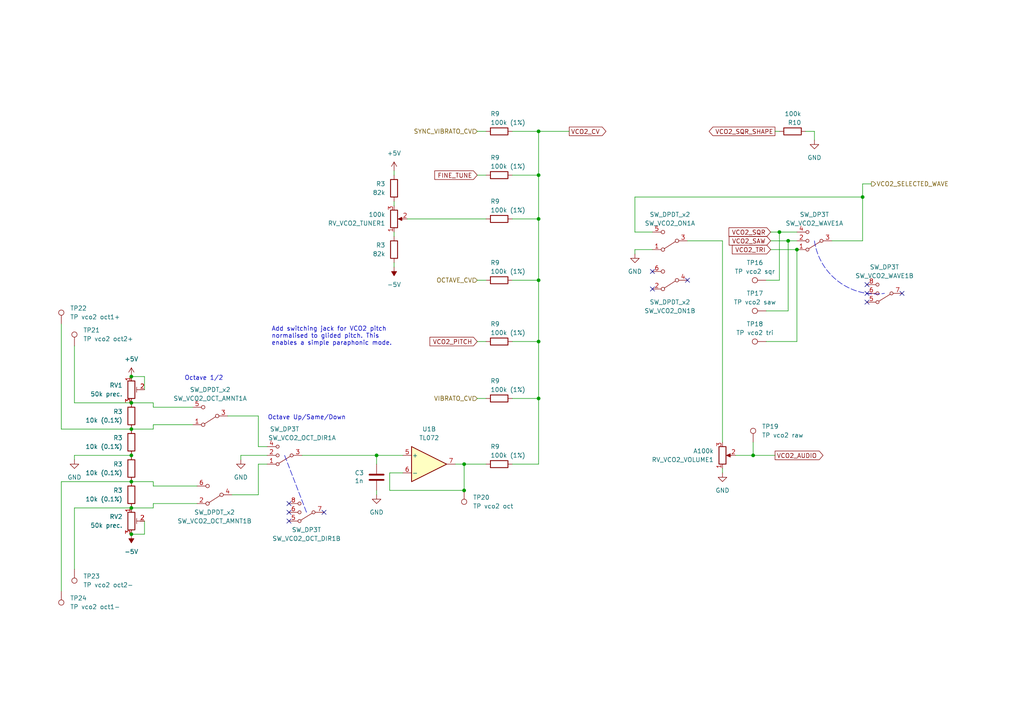
<source format=kicad_sch>
(kicad_sch (version 20231120) (generator "eeschema") (generator_version "8.0")
  (paper "A4")
  (lib_symbols
    (symbol "Amplifier_Operational:TL072" (pin_names (offset 0.127))
      (property "Reference" "U" (at 0 5.08 0))
      (property "Value" "TL072" (at 0 -5.08 0))
      (symbol "TL072_1_1"
        (polyline (pts (xy -5.08 5.08) (xy 5.08 0) (xy -5.08 -5.08) (xy -5.08 5.08)) (stroke (width 0.254)) (fill (type background)))
        (pin output line (at 7.62 0 180) (length 2.54) (name "~") (number "1"))
        (pin input line (at -7.62 -2.54 0) (length 2.54) (name "-") (number "2"))
        (pin input line (at -7.62 2.54 0) (length 2.54) (name "+") (number "3"))
      )
      (symbol "TL072_2_1"
        (polyline (pts (xy -5.08 5.08) (xy 5.08 0) (xy -5.08 -5.08) (xy -5.08 5.08)) (stroke (width 0.254)) (fill (type background)))
        (pin input line (at -7.62 2.54 0) (length 2.54) (name "+") (number "5"))
        (pin input line (at -7.62 -2.54 0) (length 2.54) (name "-") (number "6"))
        (pin output line (at 7.62 0 180) (length 2.54) (name "~") (number "7"))
      )
      (symbol "TL072_3_1"
        (pin power_in line (at -2.54 -7.62 90) (length 3.81) (name "V-") (number "4"))
        (pin power_in line (at -2.54 7.62 270) (length 3.81) (name "V+") (number "8"))
      )
    )
    (symbol "Connector:TestPoint" (pin_numbers hide) (pin_names (offset 0.762) hide)
      (property "Reference" "TP" (at 0 6.858 0))
      (property "Value" "TestPoint" (at 0 5.08 0))
      (symbol "TestPoint_0_1"
        (circle (center 0 3.302) (radius 0.762))
      )
      (symbol "TestPoint_1_1"
        (pin passive line (at 0 0 90) (length 2.54) (name "1") (number "1"))
      )
    )
    (symbol "Device:C" (pin_numbers hide) (pin_names (offset 0.254))
      (property "Reference" "C" (at 0.635 2.54 0))
      (property "Value" "C" (at 0.635 -2.54 0))
      (symbol "C_0_1"
        (polyline (pts (xy -2.032 -0.762) (xy 2.032 -0.762)) (stroke (width 0.508)))
        (polyline (pts (xy -2.032 0.762) (xy 2.032 0.762)) (stroke (width 0.508)))
      )
      (symbol "C_1_1"
        (pin passive line (at 0 3.81 270) (length 2.794) (name "~") (number "1"))
        (pin passive line (at 0 -3.81 90) (length 2.794) (name "~") (number "2"))
      )
    )
    (symbol "Device:R" (pin_numbers hide) (pin_names (offset 0))
      (property "Reference" "R" (at 2.032 0 90))
      (property "Value" "R" (at 0 0 90))
      (symbol "R_0_1"
        (rectangle (start -1.016 -2.54) (end 1.016 2.54) (stroke (width 0.254)))
      )
      (symbol "R_1_1"
        (pin passive line (at 0 3.81 270) (length 1.27) (name "~") (number "1"))
        (pin passive line (at 0 -3.81 90) (length 1.27) (name "~") (number "2"))
      )
    )
    (symbol "Device:R_Potentiometer" (pin_names (offset 1.016) hide)
      (property "Reference" "RV" (at -4.445 0 90))
      (property "Value" "R_Potentiometer" (at -2.54 0 90))
      (symbol "R_Potentiometer_0_1"
        (polyline (pts (xy 2.54 0) (xy 1.524 0)))
        (polyline (pts (xy 1.143 0) (xy 2.286 0.508) (xy 2.286 -0.508) (xy 1.143 0)) (fill (type outline)))
        (rectangle (start 1.016 2.54) (end -1.016 -2.54) (stroke (width 0.254)))
      )
      (symbol "R_Potentiometer_1_1"
        (pin passive line (at 0 3.81 270) (length 1.27) (name "1") (number "1"))
        (pin passive line (at 3.81 0 180) (length 1.27) (name "2") (number "2"))
        (pin passive line (at 0 -3.81 90) (length 1.27) (name "3") (number "3"))
      )
    )
    (symbol "Device:R_Potentiometer_Trim" (pin_names (offset 1.016) hide)
      (property "Reference" "RV" (at -4.445 0 90))
      (property "Value" "R_Potentiometer_Trim" (at -2.54 0 90))
      (symbol "R_Potentiometer_Trim_0_1"
        (polyline (pts (xy 1.524 0.762) (xy 1.524 -0.762)))
        (polyline (pts (xy 2.54 0) (xy 1.524 0)))
        (rectangle (start 1.016 2.54) (end -1.016 -2.54) (stroke (width 0.254)))
      )
      (symbol "R_Potentiometer_Trim_1_1"
        (pin passive line (at 0 3.81 270) (length 1.27) (name "1") (number "1"))
        (pin passive line (at 3.81 0 180) (length 1.27) (name "2") (number "2"))
        (pin passive line (at 0 -3.81 90) (length 1.27) (name "3") (number "3"))
      )
    )
    (symbol "Shmoergh-Custom-Components:SW_DPDT_x2" (pin_names (offset 0) hide)
      (property "Reference" "SW" (at 0 4.318 0))
      (property "Value" "SW_DPDT_x2" (at 0 -5.08 0))
      (symbol "SW_DPDT_x2_0_0"
        (circle (center -2.032 0) (radius 0.508))
        (circle (center 2.032 -2.54) (radius 0.508))
      )
      (symbol "SW_DPDT_x2_0_1"
        (polyline (pts (xy -1.524 0.254) (xy 1.651 2.286)))
        (circle (center 2.032 2.54) (radius 0.508))
      )
      (symbol "SW_DPDT_x2_1_1"
        (pin passive line (at 5.08 2.54 180) (length 2.54) (name "A") (number "1"))
        (pin passive line (at -5.08 0 0) (length 2.54) (name "B") (number "3"))
        (pin passive line (at 5.08 -2.54 180) (length 2.54) (name "C") (number "5"))
      )
      (symbol "SW_DPDT_x2_2_1"
        (pin passive line (at 5.08 2.54 180) (length 2.54) (name "A") (number "2"))
        (pin passive line (at -5.08 0 0) (length 2.54) (name "B") (number "4"))
        (pin passive line (at 5.08 -2.54 180) (length 2.54) (name "C") (number "6"))
      )
    )
    (symbol "Switch:SW_DP3T" (pin_names (offset 0) hide)
      (property "Reference" "SW" (at 0 5.08 0))
      (property "Value" "SW_DP3T" (at 0 -5.08 0))
      (symbol "SW_DP3T_0_1"
        (circle (center -2.032 0) (radius 0.4572))
        (polyline (pts (xy -1.651 0.254) (xy 1.651 2.286)))
        (circle (center 2.032 -2.54) (radius 0.4572))
        (circle (center 2.032 0) (radius 0.4572))
        (circle (center 2.032 2.54) (radius 0.4572))
      )
      (symbol "SW_DP3T_1_1"
        (pin passive line (at 5.08 2.54 180) (length 2.54) (name "1") (number "1"))
        (pin passive line (at 5.08 0 180) (length 2.54) (name "2") (number "2"))
        (pin passive line (at -5.08 0 0) (length 2.54) (name "3") (number "3"))
        (pin passive line (at 5.08 -2.54 180) (length 2.54) (name "4") (number "4"))
      )
      (symbol "SW_DP3T_2_1"
        (pin passive line (at 5.08 2.54 180) (length 2.54) (name "5") (number "5"))
        (pin passive line (at 5.08 0 180) (length 2.54) (name "6") (number "6"))
        (pin passive line (at -5.08 0 0) (length 2.54) (name "7") (number "7"))
        (pin passive line (at 5.08 -2.54 180) (length 2.54) (name "8") (number "8"))
      )
    )
    (symbol "power:+5V" (power) (pin_names (offset 0))
      (property "Value" "+5V" (at 0 3.556 0))
      (symbol "+5V_0_1"
        (polyline (pts (xy -0.762 1.27) (xy 0 2.54)))
        (polyline (pts (xy 0 0) (xy 0 2.54)))
        (polyline (pts (xy 0 2.54) (xy 0.762 1.27)))
      )
      (symbol "+5V_1_1"
        (pin power_in line (at 0 0 90) (length 0) hide (name "+5V") (number "1"))
      )
    )
    (symbol "power:-5V" (power) (pin_names (offset 0))
      (property "Value" "-5V" (at 0 3.81 0))
      (symbol "-5V_0_0"
        (pin power_in line (at 0 0 90) (length 0) hide (name "-5V") (number "1"))
      )
      (symbol "-5V_0_1"
        (polyline (pts (xy 0 0) (xy 0 1.27) (xy 0.762 1.27) (xy 0 2.54) (xy -0.762 1.27) (xy 0 1.27)) (fill (type outline)))
      )
    )
    (symbol "power:GND" (power) (pin_names (offset 0))
      (property "Value" "GND" (at 0 -3.81 0))
      (symbol "GND_0_1"
        (polyline (pts (xy 0 0) (xy 0 -1.27) (xy 1.27 -1.27) (xy 0 -2.54) (xy -1.27 -1.27) (xy 0 -1.27)))
      )
      (symbol "GND_1_1"
        (pin power_in line (at 0 0 270) (length 0) hide (name "GND") (number "1"))
      )
    )
  )
  (junction (at 38.1 109.22))
  (junction (at 156.21 81.28))
  (junction (at 109.22 132.08))
  (junction (at 134.62 134.62))
  (junction (at 156.21 50.8))
  (junction (at 38.1 139.7))
  (junction (at 218.44 132.08))
  (junction (at 134.62 142.24))
  (junction (at 38.1 154.94))
  (junction (at 38.1 124.46))
  (junction (at 226.06 67.31))
  (junction (at 231.14 72.39))
  (junction (at 156.21 99.06))
  (junction (at 38.1 132.08))
  (junction (at 38.1 116.84))
  (junction (at 156.21 63.5))
  (junction (at 250.19 57.15))
  (junction (at 156.21 38.1))
  (junction (at 228.6 69.85))
  (junction (at 156.21 115.57))
  (junction (at 38.1 147.32))
  (no_connect (at 251.46 82.55))
  (no_connect (at 189.23 78.74))
  (no_connect (at 251.46 87.63))
  (no_connect (at 83.82 146.05))
  (no_connect (at 93.98 148.59))
  (no_connect (at 251.46 85.09))
  (no_connect (at 83.82 148.59))
  (no_connect (at 189.23 83.82))
  (no_connect (at 261.62 85.09))
  (no_connect (at 83.82 151.13))
  (no_connect (at 199.39 81.28))
  (wire (pts (xy 114.3 58.42) (xy 114.3 59.69)))
  (wire (pts (xy 223.52 69.85) (xy 228.6 69.85)))
  (wire (pts (xy 21.59 133.35) (xy 21.59 132.08)))
  (wire (pts (xy 74.93 120.65) (xy 74.93 129.54)))
  (wire (pts (xy 138.43 50.8) (xy 140.97 50.8)))
  (wire (pts (xy 17.78 171.45) (xy 17.78 139.7)))
  (wire (pts (xy 241.3 69.85) (xy 250.19 69.85)))
  (wire (pts (xy 184.15 67.31) (xy 189.23 67.31)))
  (wire (pts (xy 250.19 53.34) (xy 250.19 57.15)))
  (wire (pts (xy 21.59 132.08) (xy 38.1 132.08)))
  (wire (pts (xy 156.21 63.5) (xy 156.21 81.28)))
  (wire (pts (xy 21.59 147.32) (xy 38.1 147.32)))
  (wire (pts (xy 189.23 72.39) (xy 184.15 72.39)))
  (wire (pts (xy 138.43 81.28) (xy 140.97 81.28)))
  (wire (pts (xy 55.88 123.19) (xy 44.45 123.19)))
  (wire (pts (xy 236.22 38.1) (xy 233.68 38.1)))
  (wire (pts (xy 109.22 132.08) (xy 109.22 134.62)))
  (wire (pts (xy 148.59 99.06) (xy 156.21 99.06)))
  (wire (pts (xy 156.21 99.06) (xy 156.21 115.57)))
  (wire (pts (xy 113.03 137.16) (xy 113.03 142.24)))
  (wire (pts (xy 156.21 115.57) (xy 148.59 115.57)))
  (wire (pts (xy 223.52 67.31) (xy 226.06 67.31)))
  (wire (pts (xy 44.45 140.97) (xy 44.45 139.7)))
  (wire (pts (xy 226.06 81.28) (xy 226.06 67.31)))
  (wire (pts (xy 148.59 38.1) (xy 156.21 38.1)))
  (wire (pts (xy 250.19 69.85) (xy 250.19 57.15)))
  (wire (pts (xy 77.47 134.62) (xy 74.93 134.62)))
  (wire (pts (xy 114.3 68.58) (xy 114.3 67.31)))
  (wire (pts (xy 224.79 132.08) (xy 218.44 132.08)))
  (wire (pts (xy 156.21 38.1) (xy 165.1 38.1)))
  (wire (pts (xy 44.45 140.97) (xy 57.15 140.97)))
  (wire (pts (xy 44.45 118.11) (xy 44.45 116.84)))
  (wire (pts (xy 114.3 49.53) (xy 114.3 50.8)))
  (wire (pts (xy 66.04 120.65) (xy 74.93 120.65)))
  (wire (pts (xy 156.21 50.8) (xy 156.21 63.5)))
  (wire (pts (xy 21.59 165.1) (xy 21.59 147.32)))
  (wire (pts (xy 44.45 139.7) (xy 38.1 139.7)))
  (wire (pts (xy 69.85 132.08) (xy 77.47 132.08)))
  (wire (pts (xy 156.21 81.28) (xy 156.21 99.06)))
  (wire (pts (xy 148.59 50.8) (xy 156.21 50.8)))
  (wire (pts (xy 209.55 69.85) (xy 209.55 128.27)))
  (wire (pts (xy 55.88 118.11) (xy 44.45 118.11)))
  (wire (pts (xy 184.15 72.39) (xy 184.15 73.66)))
  (wire (pts (xy 226.06 38.1) (xy 224.79 38.1)))
  (wire (pts (xy 74.93 129.54) (xy 77.47 129.54)))
  (wire (pts (xy 134.62 134.62) (xy 140.97 134.62)))
  (wire (pts (xy 69.85 133.35) (xy 69.85 132.08)))
  (wire (pts (xy 116.84 137.16) (xy 113.03 137.16)))
  (wire (pts (xy 17.78 93.98) (xy 17.78 124.46)))
  (wire (pts (xy 184.15 57.15) (xy 184.15 67.31)))
  (wire (pts (xy 113.03 142.24) (xy 134.62 142.24)))
  (wire (pts (xy 148.59 134.62) (xy 156.21 134.62)))
  (wire (pts (xy 134.62 142.24) (xy 134.62 134.62)))
  (wire (pts (xy 44.45 146.05) (xy 57.15 146.05)))
  (wire (pts (xy 222.25 90.17) (xy 228.6 90.17)))
  (wire (pts (xy 118.11 63.5) (xy 140.97 63.5)))
  (wire (pts (xy 250.19 57.15) (xy 184.15 57.15)))
  (wire (pts (xy 218.44 128.27) (xy 218.44 132.08)))
  (wire (pts (xy 41.91 109.22) (xy 41.91 113.03)))
  (wire (pts (xy 134.62 134.62) (xy 132.08 134.62)))
  (wire (pts (xy 21.59 100.33) (xy 21.59 116.84)))
  (wire (pts (xy 44.45 123.19) (xy 44.45 124.46)))
  (wire (pts (xy 38.1 147.32) (xy 44.45 147.32)))
  (wire (pts (xy 148.59 63.5) (xy 156.21 63.5)))
  (wire (pts (xy 74.93 134.62) (xy 74.93 143.51)))
  (wire (pts (xy 228.6 90.17) (xy 228.6 69.85)))
  (wire (pts (xy 44.45 116.84) (xy 38.1 116.84)))
  (wire (pts (xy 21.59 116.84) (xy 38.1 116.84)))
  (wire (pts (xy 114.3 77.47) (xy 114.3 76.2)))
  (wire (pts (xy 74.93 143.51) (xy 67.31 143.51)))
  (wire (pts (xy 226.06 67.31) (xy 231.14 67.31)))
  (wire (pts (xy 223.52 72.39) (xy 231.14 72.39)))
  (wire (pts (xy 138.43 38.1) (xy 140.97 38.1)))
  (polyline (pts (xy 82.55 132.08) (xy 88.9 148.59)) (stroke (width 0) (type dash)))
  (wire (pts (xy 41.91 151.13) (xy 41.91 154.94)))
  (wire (pts (xy 109.22 143.51) (xy 109.22 142.24)))
  (wire (pts (xy 236.22 40.64) (xy 236.22 38.1)))
  (wire (pts (xy 44.45 147.32) (xy 44.45 146.05)))
  (wire (pts (xy 38.1 109.22) (xy 41.91 109.22)))
  (wire (pts (xy 199.39 69.85) (xy 209.55 69.85)))
  (wire (pts (xy 222.25 99.06) (xy 231.14 99.06)))
  (wire (pts (xy 156.21 38.1) (xy 156.21 50.8)))
  (wire (pts (xy 148.59 81.28) (xy 156.21 81.28)))
  (wire (pts (xy 138.43 99.06) (xy 140.97 99.06)))
  (wire (pts (xy 231.14 99.06) (xy 231.14 72.39)))
  (wire (pts (xy 17.78 124.46) (xy 38.1 124.46)))
  (wire (pts (xy 156.21 134.62) (xy 156.21 115.57)))
  (wire (pts (xy 138.43 115.57) (xy 140.97 115.57)))
  (wire (pts (xy 228.6 69.85) (xy 231.14 69.85)))
  (wire (pts (xy 17.78 139.7) (xy 38.1 139.7)))
  (wire (pts (xy 222.25 81.28) (xy 226.06 81.28)))
  (wire (pts (xy 209.55 137.16) (xy 209.55 135.89)))
  (wire (pts (xy 252.73 53.34) (xy 250.19 53.34)))
  (wire (pts (xy 109.22 132.08) (xy 116.84 132.08)))
  (wire (pts (xy 218.44 132.08) (xy 213.36 132.08)))
  (wire (pts (xy 87.63 132.08) (xy 109.22 132.08)))
  (wire (pts (xy 41.91 154.94) (xy 38.1 154.94)))
  (wire (pts (xy 44.45 124.46) (xy 38.1 124.46)))
  (arc (start 256.54 85.09) (mid 243.2237 81.6784) (end 236.22 69.85) (stroke (width 0) (type dash)))
  (text "Octave Up/Same/Down" (at 100.33 121.92 0) (effects (font (size 1.27 1.27)) (justify right bottom)))
  (text "Add switching jack for VCO2 pitch\nnormalised to glided pitch. This\nenables a simple paraphonic mode.\n" (at 78.74 100.33 0) (effects (font (size 1.27 1.27)) (justify left bottom)))
  (text "Octave 1/2" (at 64.77 110.49 0) (effects (font (size 1.27 1.27)) (justify right bottom)))
  (global_label "VCO2_CV" (shape output) (at 165.1 38.1 0) (property "Intersheetrefs" "${INTERSHEET_REFS}" (effects (hide yes))))
  (global_label "VCO2_SAW" (shape input) (at 223.52 69.85 180) (property "Intersheetrefs" "${INTERSHEET_REFS}" (effects (hide yes))))
  (global_label "FINE_TUNE" (shape input) (at 138.43 50.8 180) (property "Intersheetrefs" "${INTERSHEET_REFS}" (effects (hide yes))))
  (global_label "VCO2_AUDIO" (shape output) (at 224.79 132.08 0) (property "Intersheetrefs" "${INTERSHEET_REFS}" (effects (hide yes))))
  (global_label "VCO2_PITCH" (shape input) (at 138.43 99.06 180) (property "Intersheetrefs" "${INTERSHEET_REFS}" (effects (hide yes))))
  (global_label "VCO2_SQR" (shape input) (at 223.52 67.31 180) (property "Intersheetrefs" "${INTERSHEET_REFS}" (effects (hide yes))))
  (global_label "VCO2_TRI" (shape input) (at 223.52 72.39 180) (property "Intersheetrefs" "${INTERSHEET_REFS}" (effects (hide yes))))
  (global_label "VCO2_SQR_SHAPE" (shape output) (at 224.79 38.1 180) (property "Intersheetrefs" "${INTERSHEET_REFS}" (effects (hide yes))))
  (hierarchical_label "VCO2_SELECTED_WAVE" (shape output) (at 252.73 53.34 0))
  (hierarchical_label "OCTAVE_CV" (shape input) (at 138.43 81.28 180))
  (hierarchical_label "VIBRATO_CV" (shape input) (at 138.43 115.57 180))
  (hierarchical_label "SYNC_VIBRATO_CV" (shape input) (at 138.43 38.1 180))
  (symbol (lib_id "power:GND") (at 184.15 73.66 0) (unit 1)
    (property "Reference" "#PWR082" (effects (hide yes)))
    (property "Value" "GND" (at 184.15 78.74 0))
  )
  (symbol (lib_id "power:GND") (at 69.85 133.35 0) (unit 1)
    (property "Reference" "#PWR072" (effects (hide yes)))
    (property "Value" "GND" (at 69.85 138.43 0))
  )
  (symbol (lib_id "power:+5V") (at 38.1 109.22 0) (unit 1)
    (property "Reference" "#PWR033" (effects (hide yes)))
    (property "Value" "+5V" (at 38.1 104.14 0))
  )
  (symbol (lib_id "Device:R") (at 144.78 99.06 270) (mirror x) (unit 1)
    (property "Reference" "R9" (at 142.24 93.98 90) (effects (justify left)))
    (property "Value" "100k (1%)" (at 142.24 96.52 90) (effects (justify left)))
    (property "Footprint" "Shmoergh_Custom_Footprints:R_Axial_DIN0207_L6.3mm_D2.5mm_P7.62mm_Horizontal" (effects (hide yes)))
    (instances (project "ui-rev-3" (path "" (reference "R9") (unit 1)) (path "" (reference "R12") (unit 1)) (path "" (reference "R21") (unit 1))))
  )
  (symbol (lib_id "Device:R_Potentiometer_Trim") (at 38.1 151.13 0) (unit 1)
    (property "Reference" "RV2" (at 35.56 149.86 0) (effects (justify right)))
    (property "Value" "50k prec." (at 35.56 152.4 0) (effects (justify right)))
    (property "Footprint" "Potentiometer_THT:Potentiometer_Bourns_3006P_Horizontal" (effects (hide yes)))
  )
  (symbol (lib_id "Connector:TestPoint") (at 222.25 99.06 90) (unit 1)
    (property "Reference" "TP2" (at 218.948 93.98 90))
    (property "Value" "TP vco2 tri" (at 218.948 96.52 90))
    (property "Footprint" "TestPoint:TestPoint_THTPad_2.0x2.0mm_Drill1.0mm" (effects (hide yes)))
    (instances (project "ui-rev-3" (path "" (reference "TP18") (unit 1)) (path "" (reference "TP2") (unit 1))))
  )
  (symbol (lib_id "power:-5V") (at 114.3 77.47 180) (unit 1)
    (property "Reference" "#PWR038" (effects (hide yes)))
    (property "Value" "-5V" (at 114.3 82.55 0))
  )
  (symbol (lib_id "Device:R") (at 229.87 38.1 90) (mirror x) (unit 1)
    (property "Reference" "R10" (at 232.41 35.56 90) (effects (justify left)))
    (property "Value" "100k" (at 232.41 33.02 90) (effects (justify left)))
    (property "Footprint" "Shmoergh_Custom_Footprints:R_Axial_DIN0207_L6.3mm_D2.5mm_P7.62mm_Horizontal" (effects (hide yes)))
  )
  (symbol (lib_id "Device:R_Potentiometer_Trim") (at 38.1 113.03 0) (unit 1)
    (property "Reference" "RV1" (at 35.56 111.76 0) (effects (justify right)))
    (property "Value" "50k prec." (at 35.56 114.3 0) (effects (justify right)))
    (property "Footprint" "Potentiometer_THT:Potentiometer_Bourns_3006P_Horizontal" (effects (hide yes)))
  )
  (symbol (lib_id "Shmoergh-Custom-Components:SW_DPDT_x2") (at 60.96 120.65 180) (unit 1)
    (property "Reference" "SW_VCO2_OCT_AMNT1" (at 60.96 115.57 0))
    (property "Value" "SW_DPDT_x2" (at 60.96 113.03 0))
    (property "Footprint" "Shmoergh_Custom_Footprints:DPDT Korg Style Switch" (effects (hide yes)))
  )
  (symbol (lib_id "Device:R") (at 144.78 134.62 270) (mirror x) (unit 1)
    (property "Reference" "R9" (at 142.24 129.54 90) (effects (justify left)))
    (property "Value" "100k (1%)" (at 142.24 132.08 90) (effects (justify left)))
    (property "Footprint" "Shmoergh_Custom_Footprints:R_Axial_DIN0207_L6.3mm_D2.5mm_P7.62mm_Horizontal" (effects (hide yes)))
    (instances (project "ui-rev-3" (path "" (reference "R9") (unit 1)) (path "" (reference "R12") (unit 1)) (path "" (reference "R19") (unit 1))))
  )
  (symbol (lib_id "Device:R") (at 38.1 135.89 0) (mirror y) (unit 1)
    (property "Reference" "R3" (at 35.56 134.62 0) (effects (justify left)))
    (property "Value" "10k (0.1%)" (at 35.56 137.16 0) (effects (justify left)))
    (property "Footprint" "Shmoergh_Custom_Footprints:R_Axial_DIN0207_L6.3mm_D2.5mm_P7.62mm_Horizontal" (effects (hide yes)))
    (instances (project "ui-rev-3" (path "" (reference "R3") (unit 1)) (path "" (reference "R3") (unit 1)) (path "" (reference "R16") (unit 1))))
  )
  (symbol (lib_id "Connector:TestPoint") (at 134.62 142.24 180) (unit 1)
    (property "Reference" "TP2" (at 137.16 144.272 0) (effects (justify right)))
    (property "Value" "TP vco2 oct" (at 137.16 146.812 0) (effects (justify right)))
    (property "Footprint" "TestPoint:TestPoint_THTPad_2.0x2.0mm_Drill1.0mm" (effects (hide yes)))
    (instances (project "ui-rev-3" (path "" (reference "TP20") (unit 1)) (path "" (reference "TP2") (unit 1))))
  )
  (symbol (lib_id "power:+5V") (at 114.3 49.53 0) (unit 1)
    (property "Reference" "#PWR037" (effects (hide yes)))
    (property "Value" "+5V" (at 114.3 44.45 0))
  )
  (symbol (lib_id "Device:R") (at 38.1 143.51 0) (mirror y) (unit 1)
    (property "Reference" "R3" (at 35.56 142.24 0) (effects (justify left)))
    (property "Value" "10k (0.1%)" (at 35.56 144.78 0) (effects (justify left)))
    (property "Footprint" "Shmoergh_Custom_Footprints:R_Axial_DIN0207_L6.3mm_D2.5mm_P7.62mm_Horizontal" (effects (hide yes)))
    (instances (project "ui-rev-3" (path "" (reference "R3") (unit 1)) (path "" (reference "R3") (unit 1)) (path "" (reference "R17") (unit 1))))
  )
  (symbol (lib_id "Device:R_Potentiometer") (at 209.55 132.08 0) (mirror x) (unit 1)
    (property "Reference" "RV_VCO2_VOLUME1" (at 207.01 133.35 0) (effects (justify right)))
    (property "Value" "A100k" (at 207.01 130.81 0) (effects (justify right)))
    (property "Footprint" "Shmoergh_Custom_Footprints:Potentiometer_Bourns_Single-PTV09A" (effects (hide yes)))
  )
  (symbol (lib_id "Connector:TestPoint") (at 17.78 171.45 180) (unit 1)
    (property "Reference" "TP2" (at 20.32 173.482 0) (effects (justify right)))
    (property "Value" "TP vco2 oct1-" (at 20.32 176.022 0) (effects (justify right)))
    (property "Footprint" "TestPoint:TestPoint_THTPad_2.0x2.0mm_Drill1.0mm" (effects (hide yes)))
    (instances (project "ui-rev-3" (path "" (reference "TP24") (unit 1)) (path "" (reference "TP2") (unit 1))))
  )
  (symbol (lib_id "Device:C") (at 109.22 138.43 0) (unit 1)
    (property "Reference" "C3" (at 102.87 137.16 0) (effects (justify left)))
    (property "Value" "1n" (at 102.87 139.4714 0) (effects (justify left)))
    (property "Footprint" "Capacitor_THT:C_Disc_D3.0mm_W2.0mm_P2.50mm" (effects (hide yes)))
    (instances (project "hog-f1-voice" (path "" (reference "C3") (unit 1))) (project "ui-rev-3" (path "" (reference "C7") (unit 1)) (path "" (reference "C3") (unit 1))))
  )
  (symbol (lib_id "Connector:TestPoint") (at 218.44 128.27 0) (unit 1)
    (property "Reference" "TP2" (at 220.98 123.698 0) (effects (justify left)))
    (property "Value" "TP vco2 raw" (at 220.98 126.238 0) (effects (justify left)))
    (property "Footprint" "TestPoint:TestPoint_THTPad_2.0x2.0mm_Drill1.0mm" (effects (hide yes)))
    (instances (project "ui-rev-3" (path "" (reference "TP19") (unit 1)) (path "" (reference "TP2") (unit 1))))
  )
  (symbol (lib_id "Device:R") (at 144.78 38.1 270) (mirror x) (unit 1)
    (property "Reference" "R9" (at 142.24 33.02 90) (effects (justify left)))
    (property "Value" "100k (1%)" (at 142.24 35.56 90) (effects (justify left)))
    (property "Footprint" "Shmoergh_Custom_Footprints:R_Axial_DIN0207_L6.3mm_D2.5mm_P7.62mm_Horizontal" (effects (hide yes)))
    (instances (project "ui-rev-3" (path "" (reference "R9") (unit 1)) (path "" (reference "R12") (unit 1)) (path "" (reference "R31") (unit 1))))
  )
  (symbol (lib_id "Connector:TestPoint") (at 21.59 100.33 0) (unit 1)
    (property "Reference" "TP2" (at 24.13 95.758 0) (effects (justify left)))
    (property "Value" "TP vco2 oct2+" (at 24.13 98.298 0) (effects (justify left)))
    (property "Footprint" "TestPoint:TestPoint_THTPad_2.0x2.0mm_Drill1.0mm" (effects (hide yes)))
    (instances (project "ui-rev-3" (path "" (reference "TP21") (unit 1)) (path "" (reference "TP2") (unit 1))))
  )
  (symbol (lib_id "Device:R") (at 144.78 115.57 270) (mirror x) (unit 1)
    (property "Reference" "R9" (at 142.24 110.49 90) (effects (justify left)))
    (property "Value" "100k (1%)" (at 142.24 113.03 90) (effects (justify left)))
    (property "Footprint" "Shmoergh_Custom_Footprints:R_Axial_DIN0207_L6.3mm_D2.5mm_P7.62mm_Horizontal" (effects (hide yes)))
    (instances (project "ui-rev-3" (path "" (reference "R9") (unit 1)) (path "" (reference "R12") (unit 1)) (path "" (reference "R20") (unit 1))))
  )
  (symbol (lib_id "Shmoergh-Custom-Components:SW_DPDT_x2") (at 194.31 81.28 180) (unit 2)
    (property "Reference" "SW_VCO2_ON1" (at 194.31 90.17 0))
    (property "Value" "SW_DPDT_x2" (at 194.31 87.63 0))
    (property "Footprint" "Shmoergh_Custom_Footprints:DPDT Korg Style Switch" (effects (hide yes)))
  )
  (symbol (lib_id "Device:R") (at 144.78 81.28 270) (mirror x) (unit 1)
    (property "Reference" "R9" (at 142.24 76.2 90) (effects (justify left)))
    (property "Value" "100k (1%)" (at 142.24 78.74 90) (effects (justify left)))
    (property "Footprint" "Shmoergh_Custom_Footprints:R_Axial_DIN0207_L6.3mm_D2.5mm_P7.62mm_Horizontal" (effects (hide yes)))
    (instances (project "ui-rev-3" (path "" (reference "R9") (unit 1)) (path "" (reference "R12") (unit 1)) (path "" (reference "R22") (unit 1))))
  )
  (symbol (lib_id "power:GND") (at 109.22 143.51 0) (unit 1)
    (property "Reference" "#PWR036" (effects (hide yes)))
    (property "Value" "GND" (at 109.22 148.59 0))
  )
  (symbol (lib_id "Connector:TestPoint") (at 222.25 90.17 90) (unit 1)
    (property "Reference" "TP2" (at 218.948 85.09 90))
    (property "Value" "TP vco2 saw" (at 218.948 87.63 90))
    (property "Footprint" "TestPoint:TestPoint_THTPad_2.0x2.0mm_Drill1.0mm" (effects (hide yes)))
    (instances (project "ui-rev-3" (path "" (reference "TP17") (unit 1)) (path "" (reference "TP2") (unit 1))))
  )
  (symbol (lib_id "Device:R") (at 114.3 54.61 0) (mirror y) (unit 1)
    (property "Reference" "R3" (at 111.76 53.34 0) (effects (justify left)))
    (property "Value" "82k" (at 111.76 55.88 0) (effects (justify left)))
    (property "Footprint" "Shmoergh_Custom_Footprints:R_Axial_DIN0207_L6.3mm_D2.5mm_P7.62mm_Horizontal" (effects (hide yes)))
    (instances (project "ui-rev-3" (path "" (reference "R3") (unit 1)) (path "" (reference "R3") (unit 1)) (path "" (reference "R23") (unit 1))))
  )
  (symbol (lib_id "Shmoergh-Custom-Components:SW_DPDT_x2") (at 194.31 69.85 180) (unit 1)
    (property "Reference" "SW_VCO2_ON1" (at 194.31 64.77 0))
    (property "Value" "SW_DPDT_x2" (at 194.31 62.23 0))
    (property "Footprint" "Shmoergh_Custom_Footprints:DPDT Korg Style Switch" (effects (hide yes)))
  )
  (symbol (lib_id "Device:R") (at 114.3 72.39 0) (mirror y) (unit 1)
    (property "Reference" "R3" (at 111.76 71.12 0) (effects (justify left)))
    (property "Value" "82k" (at 111.76 73.66 0) (effects (justify left)))
    (property "Footprint" "Shmoergh_Custom_Footprints:R_Axial_DIN0207_L6.3mm_D2.5mm_P7.62mm_Horizontal" (effects (hide yes)))
    (instances (project "ui-rev-3" (path "" (reference "R3") (unit 1)) (path "" (reference "R3") (unit 1)) (path "" (reference "R24") (unit 1))))
  )
  (symbol (lib_id "Device:R") (at 144.78 50.8 270) (mirror x) (unit 1)
    (property "Reference" "R9" (at 142.24 45.72 90) (effects (justify left)))
    (property "Value" "100k (1%)" (at 142.24 48.26 90) (effects (justify left)))
    (property "Footprint" "Shmoergh_Custom_Footprints:R_Axial_DIN0207_L6.3mm_D2.5mm_P7.62mm_Horizontal" (effects (hide yes)))
    (instances (project "ui-rev-3" (path "" (reference "R9") (unit 1)) (path "" (reference "R32") (unit 1)) (path "" (reference "R33") (unit 1))))
  )
  (symbol (lib_id "power:GND") (at 209.55 137.16 0) (unit 1)
    (property "Reference" "#PWR031" (effects (hide yes)))
    (property "Value" "GND" (at 209.55 142.24 0))
    (instances (project "ui-rev-3" (path "" (reference "#PWR031") (unit 1)) (path "" (reference "#PWR032") (unit 1))))
  )
  (symbol (lib_id "Device:R_Potentiometer") (at 114.3 63.5 0) (mirror x) (unit 1)
    (property "Reference" "RV_VCO2_TUNER1" (at 111.76 64.77 0) (effects (justify right)))
    (property "Value" "100k" (at 111.76 62.23 0) (effects (justify right)))
    (property "Footprint" "Shmoergh_Custom_Footprints:Potentiometer_Bourns_Single-PTV09A" (effects (hide yes)))
  )
  (symbol (lib_id "Device:R") (at 38.1 120.65 0) (mirror y) (unit 1)
    (property "Reference" "R3" (at 35.56 119.38 0) (effects (justify left)))
    (property "Value" "10k (0.1%)" (at 35.56 121.92 0) (effects (justify left)))
    (property "Footprint" "Shmoergh_Custom_Footprints:R_Axial_DIN0207_L6.3mm_D2.5mm_P7.62mm_Horizontal" (effects (hide yes)))
    (instances (project "ui-rev-3" (path "" (reference "R3") (unit 1)) (path "" (reference "R3") (unit 1)) (path "" (reference "R14") (unit 1))))
  )
  (symbol (lib_id "Amplifier_Operational:TL072") (at 124.46 134.62 0) (unit 2)
    (property "Reference" "U1" (at 124.46 124.46 0))
    (property "Value" "TL072" (at 124.46 127 0))
    (property "Footprint" "PCM_Package_DIP_AKL:DIP-8_W7.62mm_Socket_LongPads" (effects (hide yes)))
    (property "Datasheet" "http://www.ti.com/lit/ds/symlink/tl071.pdf" (effects (hide yes)))
  )
  (symbol (lib_id "Switch:SW_DP3T") (at 88.9 148.59 180) (unit 2)
    (property "Reference" "SW_VCO2_OCT_DIR1" (at 88.9 156.21 0))
    (property "Value" "SW_DP3T" (at 88.9 153.67 0))
    (property "Footprint" "Shmoergh_Custom_Footprints:DP3T Korg Style Switch" (effects (hide yes)))
  )
  (symbol (lib_id "Switch:SW_DP3T") (at 236.22 69.85 180) (unit 1)
    (property "Reference" "SW_VCO2_WAVE1" (at 236.22 64.77 0))
    (property "Value" "SW_DP3T" (at 236.22 62.23 0))
    (property "Footprint" "Shmoergh_Custom_Footprints:DP3T Korg Style Switch" (effects (hide yes)))
  )
  (symbol (lib_id "Device:R") (at 38.1 128.27 0) (mirror y) (unit 1)
    (property "Reference" "R3" (at 35.56 127 0) (effects (justify left)))
    (property "Value" "10k (0.1%)" (at 35.56 129.54 0) (effects (justify left)))
    (property "Footprint" "Shmoergh_Custom_Footprints:R_Axial_DIN0207_L6.3mm_D2.5mm_P7.62mm_Horizontal" (effects (hide yes)))
    (instances (project "ui-rev-3" (path "" (reference "R3") (unit 1)) (path "" (reference "R3") (unit 1)) (path "" (reference "R15") (unit 1))))
  )
  (symbol (lib_id "Connector:TestPoint") (at 222.25 81.28 90) (unit 1)
    (property "Reference" "TP2" (at 218.948 76.2 90))
    (property "Value" "TP vco2 sqr" (at 218.948 78.74 90))
    (property "Footprint" "TestPoint:TestPoint_THTPad_2.0x2.0mm_Drill1.0mm" (effects (hide yes)))
    (instances (project "ui-rev-3" (path "" (reference "TP16") (unit 1)) (path "" (reference "TP2") (unit 1))))
  )
  (symbol (lib_id "Connector:TestPoint") (at 21.59 165.1 180) (unit 1)
    (property "Reference" "TP2" (at 24.13 167.132 0) (effects (justify right)))
    (property "Value" "TP vco2 oct2-" (at 24.13 169.672 0) (effects (justify right)))
    (property "Footprint" "TestPoint:TestPoint_THTPad_2.0x2.0mm_Drill1.0mm" (effects (hide yes)))
    (instances (project "ui-rev-3" (path "" (reference "TP23") (unit 1)) (path "" (reference "TP2") (unit 1))))
  )
  (symbol (lib_id "Connector:TestPoint") (at 17.78 93.98 0) (unit 1)
    (property "Reference" "TP2" (at 20.32 89.408 0) (effects (justify left)))
    (property "Value" "TP vco2 oct1+" (at 20.32 91.948 0) (effects (justify left)))
    (property "Footprint" "TestPoint:TestPoint_THTPad_2.0x2.0mm_Drill1.0mm" (effects (hide yes)))
    (instances (project "ui-rev-3" (path "" (reference "TP22") (unit 1)) (path "" (reference "TP2") (unit 1))))
  )
  (symbol (lib_id "Switch:SW_DP3T") (at 82.55 132.08 180) (unit 1)
    (property "Reference" "SW_VCO2_OCT_DIR1" (at 87.63 127 0))
    (property "Value" "SW_DP3T" (at 82.55 124.46 0))
    (property "Footprint" "Shmoergh_Custom_Footprints:DP3T Korg Style Switch" (effects (hide yes)))
  )
  (symbol (lib_id "power:-5V") (at 38.1 154.94 180) (unit 1)
    (property "Reference" "#PWR034" (effects (hide yes)))
    (property "Value" "-5V" (at 38.1 160.02 0))
  )
  (symbol (lib_id "power:GND") (at 236.22 40.64 0) (unit 1)
    (property "Reference" "#PWR032" (effects (hide yes)))
    (property "Value" "GND" (at 236.22 45.72 0))
    (instances (project "ui-rev-3" (path "" (reference "#PWR032") (unit 1)) (path "" (reference "#PWR031") (unit 1))))
  )
  (symbol (lib_id "Shmoergh-Custom-Components:SW_DPDT_x2") (at 62.23 143.51 180) (unit 2)
    (property "Reference" "SW_VCO2_OCT_AMNT1" (at 62.23 151.13 0))
    (property "Value" "SW_DPDT_x2" (at 62.23 148.59 0))
    (property "Footprint" "Shmoergh_Custom_Footprints:DPDT Korg Style Switch" (effects (hide yes)))
  )
  (symbol (lib_id "Device:R") (at 144.78 63.5 270) (mirror x) (unit 1)
    (property "Reference" "R9" (at 142.24 58.42 90) (effects (justify left)))
    (property "Value" "100k (1%)" (at 142.24 60.96 90) (effects (justify left)))
    (property "Footprint" "Shmoergh_Custom_Footprints:R_Axial_DIN0207_L6.3mm_D2.5mm_P7.62mm_Horizontal" (effects (hide yes)))
    (instances (project "ui-rev-3" (path "" (reference "R9") (unit 1)) (path "" (reference "R12") (unit 1)) (path "" (reference "R25") (unit 1))))
  )
  (symbol (lib_id "Switch:SW_DP3T") (at 256.54 85.09 180) (unit 2)
    (property "Reference" "SW_VCO2_WAVE1" (at 256.54 80.01 0))
    (property "Value" "SW_DP3T" (at 256.54 77.47 0))
    (property "Footprint" "Shmoergh_Custom_Footprints:DP3T Korg Style Switch" (effects (hide yes)))
  )
  (symbol (lib_id "power:GND") (at 21.59 133.35 0) (unit 1)
    (property "Reference" "#PWR035" (effects (hide yes)))
    (property "Value" "GND" (at 21.59 138.43 0))
  )
)
</source>
